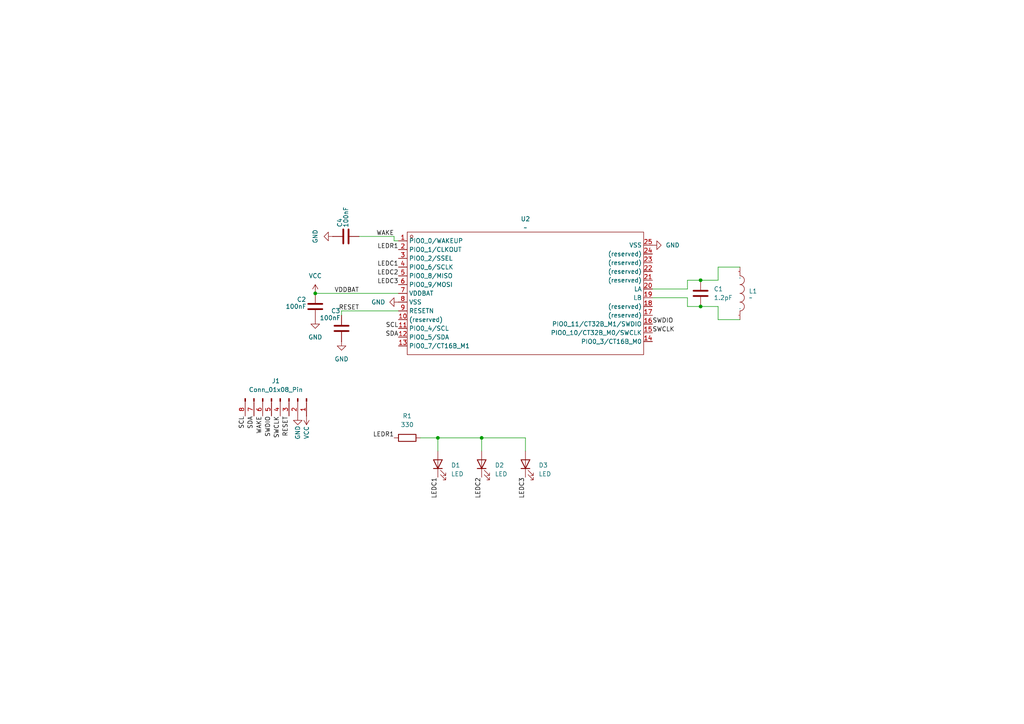
<source format=kicad_sch>
(kicad_sch
	(version 20250114)
	(generator "eeschema")
	(generator_version "9.0")
	(uuid "57f92133-e803-40c7-8f5f-2b073fd15cf8")
	(paper "A4")
	(lib_symbols
		(symbol "25X48MM_NFC_ANTENNA:25X48MM_NFC_ANTENNA"
			(exclude_from_sim no)
			(in_bom yes)
			(on_board yes)
			(property "Reference" "L1"
				(at 2.54 0.6351 0)
				(effects
					(font
						(size 1.27 1.27)
					)
					(justify left)
				)
			)
			(property "Value" "~"
				(at 2.54 -1.27 0)
				(effects
					(font
						(size 1.27 1.27)
					)
					(justify left)
				)
			)
			(property "Footprint" "Library:25X48MM_NFC_EXPOSED_ANTENNA"
				(at 0 0 0)
				(effects
					(font
						(size 1.27 1.27)
					)
					(hide yes)
				)
			)
			(property "Datasheet" ""
				(at 0 0 0)
				(effects
					(font
						(size 1.27 1.27)
					)
					(hide yes)
				)
			)
			(property "Description" ""
				(at 0 0 0)
				(effects
					(font
						(size 1.27 1.27)
					)
					(hide yes)
				)
			)
			(symbol "25X48MM_NFC_ANTENNA_1_0"
				(arc
					(start 0 5.08)
					(mid 1.27 3.81)
					(end 0 2.54)
					(stroke
						(width 0)
						(type default)
					)
					(fill
						(type none)
					)
				)
				(arc
					(start 0 2.54)
					(mid 1.27 1.27)
					(end 0 0)
					(stroke
						(width 0)
						(type default)
					)
					(fill
						(type none)
					)
				)
				(arc
					(start 0 0)
					(mid 1.27 -1.27)
					(end 0 -2.54)
					(stroke
						(width 0)
						(type default)
					)
					(fill
						(type none)
					)
				)
				(arc
					(start 0 -2.54)
					(mid 1.27 -3.81)
					(end 0 -5.08)
					(stroke
						(width 0)
						(type default)
					)
					(fill
						(type none)
					)
				)
				(pin bidirectional line
					(at 0 7.62 270)
					(length 2.54)
					(name "1"
						(effects
							(font
								(size 0.0254 0.0254)
							)
						)
					)
					(number "1"
						(effects
							(font
								(size 0.0254 0.0254)
							)
						)
					)
				)
				(pin bidirectional line
					(at 0 -7.62 90)
					(length 2.54)
					(name "2"
						(effects
							(font
								(size 0.0254 0.0254)
							)
						)
					)
					(number "2"
						(effects
							(font
								(size 0.0254 0.0254)
							)
						)
					)
				)
			)
			(embedded_fonts no)
		)
		(symbol "Connector:Conn_01x08_Pin"
			(pin_names
				(offset 1.016)
				(hide yes)
			)
			(exclude_from_sim no)
			(in_bom yes)
			(on_board yes)
			(property "Reference" "J"
				(at 0 10.16 0)
				(effects
					(font
						(size 1.27 1.27)
					)
				)
			)
			(property "Value" "Conn_01x08_Pin"
				(at 0 -12.7 0)
				(effects
					(font
						(size 1.27 1.27)
					)
				)
			)
			(property "Footprint" ""
				(at 0 0 0)
				(effects
					(font
						(size 1.27 1.27)
					)
					(hide yes)
				)
			)
			(property "Datasheet" "~"
				(at 0 0 0)
				(effects
					(font
						(size 1.27 1.27)
					)
					(hide yes)
				)
			)
			(property "Description" "Generic connector, single row, 01x08, script generated"
				(at 0 0 0)
				(effects
					(font
						(size 1.27 1.27)
					)
					(hide yes)
				)
			)
			(property "ki_locked" ""
				(at 0 0 0)
				(effects
					(font
						(size 1.27 1.27)
					)
				)
			)
			(property "ki_keywords" "connector"
				(at 0 0 0)
				(effects
					(font
						(size 1.27 1.27)
					)
					(hide yes)
				)
			)
			(property "ki_fp_filters" "Connector*:*_1x??_*"
				(at 0 0 0)
				(effects
					(font
						(size 1.27 1.27)
					)
					(hide yes)
				)
			)
			(symbol "Conn_01x08_Pin_1_1"
				(rectangle
					(start 0.8636 7.747)
					(end 0 7.493)
					(stroke
						(width 0.1524)
						(type default)
					)
					(fill
						(type outline)
					)
				)
				(rectangle
					(start 0.8636 5.207)
					(end 0 4.953)
					(stroke
						(width 0.1524)
						(type default)
					)
					(fill
						(type outline)
					)
				)
				(rectangle
					(start 0.8636 2.667)
					(end 0 2.413)
					(stroke
						(width 0.1524)
						(type default)
					)
					(fill
						(type outline)
					)
				)
				(rectangle
					(start 0.8636 0.127)
					(end 0 -0.127)
					(stroke
						(width 0.1524)
						(type default)
					)
					(fill
						(type outline)
					)
				)
				(rectangle
					(start 0.8636 -2.413)
					(end 0 -2.667)
					(stroke
						(width 0.1524)
						(type default)
					)
					(fill
						(type outline)
					)
				)
				(rectangle
					(start 0.8636 -4.953)
					(end 0 -5.207)
					(stroke
						(width 0.1524)
						(type default)
					)
					(fill
						(type outline)
					)
				)
				(rectangle
					(start 0.8636 -7.493)
					(end 0 -7.747)
					(stroke
						(width 0.1524)
						(type default)
					)
					(fill
						(type outline)
					)
				)
				(rectangle
					(start 0.8636 -10.033)
					(end 0 -10.287)
					(stroke
						(width 0.1524)
						(type default)
					)
					(fill
						(type outline)
					)
				)
				(polyline
					(pts
						(xy 1.27 7.62) (xy 0.8636 7.62)
					)
					(stroke
						(width 0.1524)
						(type default)
					)
					(fill
						(type none)
					)
				)
				(polyline
					(pts
						(xy 1.27 5.08) (xy 0.8636 5.08)
					)
					(stroke
						(width 0.1524)
						(type default)
					)
					(fill
						(type none)
					)
				)
				(polyline
					(pts
						(xy 1.27 2.54) (xy 0.8636 2.54)
					)
					(stroke
						(width 0.1524)
						(type default)
					)
					(fill
						(type none)
					)
				)
				(polyline
					(pts
						(xy 1.27 0) (xy 0.8636 0)
					)
					(stroke
						(width 0.1524)
						(type default)
					)
					(fill
						(type none)
					)
				)
				(polyline
					(pts
						(xy 1.27 -2.54) (xy 0.8636 -2.54)
					)
					(stroke
						(width 0.1524)
						(type default)
					)
					(fill
						(type none)
					)
				)
				(polyline
					(pts
						(xy 1.27 -5.08) (xy 0.8636 -5.08)
					)
					(stroke
						(width 0.1524)
						(type default)
					)
					(fill
						(type none)
					)
				)
				(polyline
					(pts
						(xy 1.27 -7.62) (xy 0.8636 -7.62)
					)
					(stroke
						(width 0.1524)
						(type default)
					)
					(fill
						(type none)
					)
				)
				(polyline
					(pts
						(xy 1.27 -10.16) (xy 0.8636 -10.16)
					)
					(stroke
						(width 0.1524)
						(type default)
					)
					(fill
						(type none)
					)
				)
				(pin passive line
					(at 5.08 7.62 180)
					(length 3.81)
					(name "Pin_1"
						(effects
							(font
								(size 1.27 1.27)
							)
						)
					)
					(number "1"
						(effects
							(font
								(size 1.27 1.27)
							)
						)
					)
				)
				(pin passive line
					(at 5.08 5.08 180)
					(length 3.81)
					(name "Pin_2"
						(effects
							(font
								(size 1.27 1.27)
							)
						)
					)
					(number "2"
						(effects
							(font
								(size 1.27 1.27)
							)
						)
					)
				)
				(pin passive line
					(at 5.08 2.54 180)
					(length 3.81)
					(name "Pin_3"
						(effects
							(font
								(size 1.27 1.27)
							)
						)
					)
					(number "3"
						(effects
							(font
								(size 1.27 1.27)
							)
						)
					)
				)
				(pin passive line
					(at 5.08 0 180)
					(length 3.81)
					(name "Pin_4"
						(effects
							(font
								(size 1.27 1.27)
							)
						)
					)
					(number "4"
						(effects
							(font
								(size 1.27 1.27)
							)
						)
					)
				)
				(pin passive line
					(at 5.08 -2.54 180)
					(length 3.81)
					(name "Pin_5"
						(effects
							(font
								(size 1.27 1.27)
							)
						)
					)
					(number "5"
						(effects
							(font
								(size 1.27 1.27)
							)
						)
					)
				)
				(pin passive line
					(at 5.08 -5.08 180)
					(length 3.81)
					(name "Pin_6"
						(effects
							(font
								(size 1.27 1.27)
							)
						)
					)
					(number "6"
						(effects
							(font
								(size 1.27 1.27)
							)
						)
					)
				)
				(pin passive line
					(at 5.08 -7.62 180)
					(length 3.81)
					(name "Pin_7"
						(effects
							(font
								(size 1.27 1.27)
							)
						)
					)
					(number "7"
						(effects
							(font
								(size 1.27 1.27)
							)
						)
					)
				)
				(pin passive line
					(at 5.08 -10.16 180)
					(length 3.81)
					(name "Pin_8"
						(effects
							(font
								(size 1.27 1.27)
							)
						)
					)
					(number "8"
						(effects
							(font
								(size 1.27 1.27)
							)
						)
					)
				)
			)
			(embedded_fonts no)
		)
		(symbol "Device:C"
			(pin_numbers
				(hide yes)
			)
			(pin_names
				(offset 0.254)
			)
			(exclude_from_sim no)
			(in_bom yes)
			(on_board yes)
			(property "Reference" "C"
				(at 0.635 2.54 0)
				(effects
					(font
						(size 1.27 1.27)
					)
					(justify left)
				)
			)
			(property "Value" "C"
				(at 0.635 -2.54 0)
				(effects
					(font
						(size 1.27 1.27)
					)
					(justify left)
				)
			)
			(property "Footprint" ""
				(at 0.9652 -3.81 0)
				(effects
					(font
						(size 1.27 1.27)
					)
					(hide yes)
				)
			)
			(property "Datasheet" "~"
				(at 0 0 0)
				(effects
					(font
						(size 1.27 1.27)
					)
					(hide yes)
				)
			)
			(property "Description" "Unpolarized capacitor"
				(at 0 0 0)
				(effects
					(font
						(size 1.27 1.27)
					)
					(hide yes)
				)
			)
			(property "ki_keywords" "cap capacitor"
				(at 0 0 0)
				(effects
					(font
						(size 1.27 1.27)
					)
					(hide yes)
				)
			)
			(property "ki_fp_filters" "C_*"
				(at 0 0 0)
				(effects
					(font
						(size 1.27 1.27)
					)
					(hide yes)
				)
			)
			(symbol "C_0_1"
				(polyline
					(pts
						(xy -2.032 0.762) (xy 2.032 0.762)
					)
					(stroke
						(width 0.508)
						(type default)
					)
					(fill
						(type none)
					)
				)
				(polyline
					(pts
						(xy -2.032 -0.762) (xy 2.032 -0.762)
					)
					(stroke
						(width 0.508)
						(type default)
					)
					(fill
						(type none)
					)
				)
			)
			(symbol "C_1_1"
				(pin passive line
					(at 0 3.81 270)
					(length 2.794)
					(name "~"
						(effects
							(font
								(size 1.27 1.27)
							)
						)
					)
					(number "1"
						(effects
							(font
								(size 1.27 1.27)
							)
						)
					)
				)
				(pin passive line
					(at 0 -3.81 90)
					(length 2.794)
					(name "~"
						(effects
							(font
								(size 1.27 1.27)
							)
						)
					)
					(number "2"
						(effects
							(font
								(size 1.27 1.27)
							)
						)
					)
				)
			)
			(embedded_fonts no)
		)
		(symbol "Device:LED"
			(pin_numbers
				(hide yes)
			)
			(pin_names
				(offset 1.016)
				(hide yes)
			)
			(exclude_from_sim no)
			(in_bom yes)
			(on_board yes)
			(property "Reference" "D"
				(at 0 2.54 0)
				(effects
					(font
						(size 1.27 1.27)
					)
				)
			)
			(property "Value" "LED"
				(at 0 -2.54 0)
				(effects
					(font
						(size 1.27 1.27)
					)
				)
			)
			(property "Footprint" ""
				(at 0 0 0)
				(effects
					(font
						(size 1.27 1.27)
					)
					(hide yes)
				)
			)
			(property "Datasheet" "~"
				(at 0 0 0)
				(effects
					(font
						(size 1.27 1.27)
					)
					(hide yes)
				)
			)
			(property "Description" "Light emitting diode"
				(at 0 0 0)
				(effects
					(font
						(size 1.27 1.27)
					)
					(hide yes)
				)
			)
			(property "Sim.Pins" "1=K 2=A"
				(at 0 0 0)
				(effects
					(font
						(size 1.27 1.27)
					)
					(hide yes)
				)
			)
			(property "ki_keywords" "LED diode"
				(at 0 0 0)
				(effects
					(font
						(size 1.27 1.27)
					)
					(hide yes)
				)
			)
			(property "ki_fp_filters" "LED* LED_SMD:* LED_THT:*"
				(at 0 0 0)
				(effects
					(font
						(size 1.27 1.27)
					)
					(hide yes)
				)
			)
			(symbol "LED_0_1"
				(polyline
					(pts
						(xy -3.048 -0.762) (xy -4.572 -2.286) (xy -3.81 -2.286) (xy -4.572 -2.286) (xy -4.572 -1.524)
					)
					(stroke
						(width 0)
						(type default)
					)
					(fill
						(type none)
					)
				)
				(polyline
					(pts
						(xy -1.778 -0.762) (xy -3.302 -2.286) (xy -2.54 -2.286) (xy -3.302 -2.286) (xy -3.302 -1.524)
					)
					(stroke
						(width 0)
						(type default)
					)
					(fill
						(type none)
					)
				)
				(polyline
					(pts
						(xy -1.27 0) (xy 1.27 0)
					)
					(stroke
						(width 0)
						(type default)
					)
					(fill
						(type none)
					)
				)
				(polyline
					(pts
						(xy -1.27 -1.27) (xy -1.27 1.27)
					)
					(stroke
						(width 0.254)
						(type default)
					)
					(fill
						(type none)
					)
				)
				(polyline
					(pts
						(xy 1.27 -1.27) (xy 1.27 1.27) (xy -1.27 0) (xy 1.27 -1.27)
					)
					(stroke
						(width 0.254)
						(type default)
					)
					(fill
						(type none)
					)
				)
			)
			(symbol "LED_1_1"
				(pin passive line
					(at -3.81 0 0)
					(length 2.54)
					(name "K"
						(effects
							(font
								(size 1.27 1.27)
							)
						)
					)
					(number "1"
						(effects
							(font
								(size 1.27 1.27)
							)
						)
					)
				)
				(pin passive line
					(at 3.81 0 180)
					(length 2.54)
					(name "A"
						(effects
							(font
								(size 1.27 1.27)
							)
						)
					)
					(number "2"
						(effects
							(font
								(size 1.27 1.27)
							)
						)
					)
				)
			)
			(embedded_fonts no)
		)
		(symbol "Device:R"
			(pin_numbers
				(hide yes)
			)
			(pin_names
				(offset 0)
			)
			(exclude_from_sim no)
			(in_bom yes)
			(on_board yes)
			(property "Reference" "R"
				(at 2.032 0 90)
				(effects
					(font
						(size 1.27 1.27)
					)
				)
			)
			(property "Value" "R"
				(at 0 0 90)
				(effects
					(font
						(size 1.27 1.27)
					)
				)
			)
			(property "Footprint" ""
				(at -1.778 0 90)
				(effects
					(font
						(size 1.27 1.27)
					)
					(hide yes)
				)
			)
			(property "Datasheet" "~"
				(at 0 0 0)
				(effects
					(font
						(size 1.27 1.27)
					)
					(hide yes)
				)
			)
			(property "Description" "Resistor"
				(at 0 0 0)
				(effects
					(font
						(size 1.27 1.27)
					)
					(hide yes)
				)
			)
			(property "ki_keywords" "R res resistor"
				(at 0 0 0)
				(effects
					(font
						(size 1.27 1.27)
					)
					(hide yes)
				)
			)
			(property "ki_fp_filters" "R_*"
				(at 0 0 0)
				(effects
					(font
						(size 1.27 1.27)
					)
					(hide yes)
				)
			)
			(symbol "R_0_1"
				(rectangle
					(start -1.016 -2.54)
					(end 1.016 2.54)
					(stroke
						(width 0.254)
						(type default)
					)
					(fill
						(type none)
					)
				)
			)
			(symbol "R_1_1"
				(pin passive line
					(at 0 3.81 270)
					(length 1.27)
					(name "~"
						(effects
							(font
								(size 1.27 1.27)
							)
						)
					)
					(number "1"
						(effects
							(font
								(size 1.27 1.27)
							)
						)
					)
				)
				(pin passive line
					(at 0 -3.81 90)
					(length 1.27)
					(name "~"
						(effects
							(font
								(size 1.27 1.27)
							)
						)
					)
					(number "2"
						(effects
							(font
								(size 1.27 1.27)
							)
						)
					)
				)
			)
			(embedded_fonts no)
		)
		(symbol "LPC8N04FHI24E:LPC8N04FHI24E"
			(exclude_from_sim no)
			(in_bom yes)
			(on_board yes)
			(property "Reference" "U"
				(at 0 0 0)
				(effects
					(font
						(size 1.27 1.27)
					)
				)
			)
			(property "Value" ""
				(at 0 0 0)
				(effects
					(font
						(size 1.27 1.27)
					)
				)
			)
			(property "Footprint" "LPC8N04FHI24E:QFN-24_L4.0-W4.0-P0.50-BL-EP2.5"
				(at 0 0 0)
				(effects
					(font
						(size 1.27 1.27)
					)
					(hide yes)
				)
			)
			(property "Datasheet" "https://atta.szlcsc.com/upload/public/pdf/source/20180629/C194075_60FC8B4404CA8E3DAACA808457FD24DE.pdf"
				(at 0 0 0)
				(effects
					(font
						(size 1.27 1.27)
					)
					(hide yes)
				)
			)
			(property "Description" "CPU Core:CM0 Program Storage Size:32KB RAM Size:8KB GPIO Ports Number:12 Operating Voltage Range:1.72V~3.6V Operating Voltage Range:1.72V~3.6V CPU Maximum Speed:8MHz Program Memory Type:FLASH Operating Temperature Range:-40°C~+85°C Operating Temperature Ran"
				(at 0 0 0)
				(effects
					(font
						(size 1.27 1.27)
					)
					(hide yes)
				)
			)
			(property "Manufacturer Part" "LPC8N04FHI24E"
				(at 0 0 0)
				(effects
					(font
						(size 1.27 1.27)
					)
					(hide yes)
				)
			)
			(property "Manufacturer" "NXP(恩智浦)"
				(at 0 0 0)
				(effects
					(font
						(size 1.27 1.27)
					)
					(hide yes)
				)
			)
			(property "Supplier Part" "C1340409"
				(at 0 0 0)
				(effects
					(font
						(size 1.27 1.27)
					)
					(hide yes)
				)
			)
			(property "Supplier" "LCSC"
				(at 0 0 0)
				(effects
					(font
						(size 1.27 1.27)
					)
					(hide yes)
				)
			)
			(property "LCSC Part Name" "LPC8N04FHI24E"
				(at 0 0 0)
				(effects
					(font
						(size 1.27 1.27)
					)
					(hide yes)
				)
			)
			(symbol "LPC8N04FHI24E_1_0"
				(rectangle
					(start -34.29 -17.78)
					(end 34.29 17.78)
					(stroke
						(width 0)
						(type default)
					)
					(fill
						(type none)
					)
				)
				(circle
					(center -33.02 16.51)
					(radius 0.381)
					(stroke
						(width 0)
						(type default)
					)
					(fill
						(type none)
					)
				)
				(pin input line
					(at -36.83 15.24 0)
					(length 2.54)
					(name "PIO0_0/WAKEUP"
						(effects
							(font
								(size 1.27 1.27)
							)
						)
					)
					(number "1"
						(effects
							(font
								(size 1.27 1.27)
							)
						)
					)
				)
				(pin input line
					(at -36.83 12.7 0)
					(length 2.54)
					(name "PIO0_1/CLKOUT"
						(effects
							(font
								(size 1.27 1.27)
							)
						)
					)
					(number "2"
						(effects
							(font
								(size 1.27 1.27)
							)
						)
					)
				)
				(pin input line
					(at -36.83 10.16 0)
					(length 2.54)
					(name "PIO0_2/SSEL"
						(effects
							(font
								(size 1.27 1.27)
							)
						)
					)
					(number "3"
						(effects
							(font
								(size 1.27 1.27)
							)
						)
					)
				)
				(pin input line
					(at -36.83 7.62 0)
					(length 2.54)
					(name "PIO0_6/SCLK"
						(effects
							(font
								(size 1.27 1.27)
							)
						)
					)
					(number "4"
						(effects
							(font
								(size 1.27 1.27)
							)
						)
					)
				)
				(pin input line
					(at -36.83 5.08 0)
					(length 2.54)
					(name "PIO0_8/MISO"
						(effects
							(font
								(size 1.27 1.27)
							)
						)
					)
					(number "5"
						(effects
							(font
								(size 1.27 1.27)
							)
						)
					)
				)
				(pin input line
					(at -36.83 2.54 0)
					(length 2.54)
					(name "PIO0_9/MOSI"
						(effects
							(font
								(size 1.27 1.27)
							)
						)
					)
					(number "6"
						(effects
							(font
								(size 1.27 1.27)
							)
						)
					)
				)
				(pin input line
					(at -36.83 0 0)
					(length 2.54)
					(name "VDDBAT"
						(effects
							(font
								(size 1.27 1.27)
							)
						)
					)
					(number "7"
						(effects
							(font
								(size 1.27 1.27)
							)
						)
					)
				)
				(pin input line
					(at -36.83 -2.54 0)
					(length 2.54)
					(name "VSS"
						(effects
							(font
								(size 1.27 1.27)
							)
						)
					)
					(number "8"
						(effects
							(font
								(size 1.27 1.27)
							)
						)
					)
				)
				(pin input line
					(at -36.83 -5.08 0)
					(length 2.54)
					(name "RESETN"
						(effects
							(font
								(size 1.27 1.27)
							)
						)
					)
					(number "9"
						(effects
							(font
								(size 1.27 1.27)
							)
						)
					)
				)
				(pin input line
					(at -36.83 -7.62 0)
					(length 2.54)
					(name "(reserved)"
						(effects
							(font
								(size 1.27 1.27)
							)
						)
					)
					(number "10"
						(effects
							(font
								(size 1.27 1.27)
							)
						)
					)
				)
				(pin input line
					(at -36.83 -10.16 0)
					(length 2.54)
					(name "PIO0_4/SCL"
						(effects
							(font
								(size 1.27 1.27)
							)
						)
					)
					(number "11"
						(effects
							(font
								(size 1.27 1.27)
							)
						)
					)
				)
				(pin input line
					(at -36.83 -12.7 0)
					(length 2.54)
					(name "PIO0_5/SDA"
						(effects
							(font
								(size 1.27 1.27)
							)
						)
					)
					(number "12"
						(effects
							(font
								(size 1.27 1.27)
							)
						)
					)
				)
				(pin input line
					(at -36.83 -15.24 0)
					(length 2.54)
					(name "PIO0_7/CT16B_M1"
						(effects
							(font
								(size 1.27 1.27)
							)
						)
					)
					(number "13"
						(effects
							(font
								(size 1.27 1.27)
							)
						)
					)
				)
				(pin input line
					(at 36.83 13.97 180)
					(length 2.54)
					(name "VSS"
						(effects
							(font
								(size 1.27 1.27)
							)
						)
					)
					(number "25"
						(effects
							(font
								(size 1.27 1.27)
							)
						)
					)
				)
				(pin input line
					(at 36.83 11.43 180)
					(length 2.54)
					(name "(reserved)"
						(effects
							(font
								(size 1.27 1.27)
							)
						)
					)
					(number "24"
						(effects
							(font
								(size 1.27 1.27)
							)
						)
					)
				)
				(pin input line
					(at 36.83 8.89 180)
					(length 2.54)
					(name "(reserved)"
						(effects
							(font
								(size 1.27 1.27)
							)
						)
					)
					(number "23"
						(effects
							(font
								(size 1.27 1.27)
							)
						)
					)
				)
				(pin input line
					(at 36.83 6.35 180)
					(length 2.54)
					(name "(reserved)"
						(effects
							(font
								(size 1.27 1.27)
							)
						)
					)
					(number "22"
						(effects
							(font
								(size 1.27 1.27)
							)
						)
					)
				)
				(pin input line
					(at 36.83 3.81 180)
					(length 2.54)
					(name "(reserved)"
						(effects
							(font
								(size 1.27 1.27)
							)
						)
					)
					(number "21"
						(effects
							(font
								(size 1.27 1.27)
							)
						)
					)
				)
				(pin input line
					(at 36.83 1.27 180)
					(length 2.54)
					(name "LA"
						(effects
							(font
								(size 1.27 1.27)
							)
						)
					)
					(number "20"
						(effects
							(font
								(size 1.27 1.27)
							)
						)
					)
				)
				(pin input line
					(at 36.83 -1.27 180)
					(length 2.54)
					(name "LB"
						(effects
							(font
								(size 1.27 1.27)
							)
						)
					)
					(number "19"
						(effects
							(font
								(size 1.27 1.27)
							)
						)
					)
				)
				(pin input line
					(at 36.83 -3.81 180)
					(length 2.54)
					(name "(reserved)"
						(effects
							(font
								(size 1.27 1.27)
							)
						)
					)
					(number "18"
						(effects
							(font
								(size 1.27 1.27)
							)
						)
					)
				)
				(pin input line
					(at 36.83 -6.35 180)
					(length 2.54)
					(name "(reserved)"
						(effects
							(font
								(size 1.27 1.27)
							)
						)
					)
					(number "17"
						(effects
							(font
								(size 1.27 1.27)
							)
						)
					)
				)
				(pin input line
					(at 36.83 -8.89 180)
					(length 2.54)
					(name "PIO0_11/CT32B_M1/SWDIO"
						(effects
							(font
								(size 1.27 1.27)
							)
						)
					)
					(number "16"
						(effects
							(font
								(size 1.27 1.27)
							)
						)
					)
				)
				(pin input line
					(at 36.83 -11.43 180)
					(length 2.54)
					(name "PIO0_10/CT32B_M0/SWCLK"
						(effects
							(font
								(size 1.27 1.27)
							)
						)
					)
					(number "15"
						(effects
							(font
								(size 1.27 1.27)
							)
						)
					)
				)
				(pin input line
					(at 36.83 -13.97 180)
					(length 2.54)
					(name "PIO0_3/CT16B_M0"
						(effects
							(font
								(size 1.27 1.27)
							)
						)
					)
					(number "14"
						(effects
							(font
								(size 1.27 1.27)
							)
						)
					)
				)
			)
			(embedded_fonts no)
		)
		(symbol "power:GND"
			(power)
			(pin_numbers
				(hide yes)
			)
			(pin_names
				(offset 0)
				(hide yes)
			)
			(exclude_from_sim no)
			(in_bom yes)
			(on_board yes)
			(property "Reference" "#PWR"
				(at 0 -6.35 0)
				(effects
					(font
						(size 1.27 1.27)
					)
					(hide yes)
				)
			)
			(property "Value" "GND"
				(at 0 -3.81 0)
				(effects
					(font
						(size 1.27 1.27)
					)
				)
			)
			(property "Footprint" ""
				(at 0 0 0)
				(effects
					(font
						(size 1.27 1.27)
					)
					(hide yes)
				)
			)
			(property "Datasheet" ""
				(at 0 0 0)
				(effects
					(font
						(size 1.27 1.27)
					)
					(hide yes)
				)
			)
			(property "Description" "Power symbol creates a global label with name \"GND\" , ground"
				(at 0 0 0)
				(effects
					(font
						(size 1.27 1.27)
					)
					(hide yes)
				)
			)
			(property "ki_keywords" "global power"
				(at 0 0 0)
				(effects
					(font
						(size 1.27 1.27)
					)
					(hide yes)
				)
			)
			(symbol "GND_0_1"
				(polyline
					(pts
						(xy 0 0) (xy 0 -1.27) (xy 1.27 -1.27) (xy 0 -2.54) (xy -1.27 -1.27) (xy 0 -1.27)
					)
					(stroke
						(width 0)
						(type default)
					)
					(fill
						(type none)
					)
				)
			)
			(symbol "GND_1_1"
				(pin power_in line
					(at 0 0 270)
					(length 0)
					(name "~"
						(effects
							(font
								(size 1.27 1.27)
							)
						)
					)
					(number "1"
						(effects
							(font
								(size 1.27 1.27)
							)
						)
					)
				)
			)
			(embedded_fonts no)
		)
		(symbol "power:VCC"
			(power)
			(pin_numbers
				(hide yes)
			)
			(pin_names
				(offset 0)
				(hide yes)
			)
			(exclude_from_sim no)
			(in_bom yes)
			(on_board yes)
			(property "Reference" "#PWR"
				(at 0 -3.81 0)
				(effects
					(font
						(size 1.27 1.27)
					)
					(hide yes)
				)
			)
			(property "Value" "VCC"
				(at 0 3.556 0)
				(effects
					(font
						(size 1.27 1.27)
					)
				)
			)
			(property "Footprint" ""
				(at 0 0 0)
				(effects
					(font
						(size 1.27 1.27)
					)
					(hide yes)
				)
			)
			(property "Datasheet" ""
				(at 0 0 0)
				(effects
					(font
						(size 1.27 1.27)
					)
					(hide yes)
				)
			)
			(property "Description" "Power symbol creates a global label with name \"VCC\""
				(at 0 0 0)
				(effects
					(font
						(size 1.27 1.27)
					)
					(hide yes)
				)
			)
			(property "ki_keywords" "global power"
				(at 0 0 0)
				(effects
					(font
						(size 1.27 1.27)
					)
					(hide yes)
				)
			)
			(symbol "VCC_0_1"
				(polyline
					(pts
						(xy -0.762 1.27) (xy 0 2.54)
					)
					(stroke
						(width 0)
						(type default)
					)
					(fill
						(type none)
					)
				)
				(polyline
					(pts
						(xy 0 2.54) (xy 0.762 1.27)
					)
					(stroke
						(width 0)
						(type default)
					)
					(fill
						(type none)
					)
				)
				(polyline
					(pts
						(xy 0 0) (xy 0 2.54)
					)
					(stroke
						(width 0)
						(type default)
					)
					(fill
						(type none)
					)
				)
			)
			(symbol "VCC_1_1"
				(pin power_in line
					(at 0 0 90)
					(length 0)
					(name "~"
						(effects
							(font
								(size 1.27 1.27)
							)
						)
					)
					(number "1"
						(effects
							(font
								(size 1.27 1.27)
							)
						)
					)
				)
			)
			(embedded_fonts no)
		)
	)
	(junction
		(at 139.7 127)
		(diameter 0)
		(color 0 0 0 0)
		(uuid "0e2518c7-601e-488d-92a9-ab09b0ed854c")
	)
	(junction
		(at 127 127)
		(diameter 0)
		(color 0 0 0 0)
		(uuid "4459dd09-66c9-4032-a40e-8ebff13d5b2c")
	)
	(junction
		(at 91.44 85.09)
		(diameter 0)
		(color 0 0 0 0)
		(uuid "867b2ef7-f3d0-4a94-915e-7dc74f80727a")
	)
	(junction
		(at 203.2 88.9)
		(diameter 0)
		(color 0 0 0 0)
		(uuid "8a0363f8-18eb-4191-812c-45e1f680c677")
	)
	(junction
		(at 203.2 81.28)
		(diameter 0)
		(color 0 0 0 0)
		(uuid "d389e31f-290e-460d-afe0-048132119ae8")
	)
	(wire
		(pts
			(xy 99.06 90.17) (xy 99.06 91.44)
		)
		(stroke
			(width 0)
			(type default)
		)
		(uuid "00336011-cf50-4c25-ac60-c3b5d2b2ca0f")
	)
	(wire
		(pts
			(xy 104.14 68.58) (xy 114.3 68.58)
		)
		(stroke
			(width 0)
			(type default)
		)
		(uuid "078be4ba-0b2e-4a62-9079-a9f3765caa2e")
	)
	(wire
		(pts
			(xy 203.2 88.9) (xy 208.28 88.9)
		)
		(stroke
			(width 0)
			(type default)
		)
		(uuid "1651f5d8-8269-4f71-a794-446427a9b549")
	)
	(wire
		(pts
			(xy 139.7 127) (xy 152.4 127)
		)
		(stroke
			(width 0)
			(type default)
		)
		(uuid "18dec7f7-108f-46f9-86fb-7619eb251045")
	)
	(wire
		(pts
			(xy 121.92 127) (xy 127 127)
		)
		(stroke
			(width 0)
			(type default)
		)
		(uuid "32a5ad0a-8f29-414c-8ee0-d26b565a9c7b")
	)
	(wire
		(pts
			(xy 199.39 83.82) (xy 199.39 81.28)
		)
		(stroke
			(width 0)
			(type default)
		)
		(uuid "4168918f-8c8a-4907-b9eb-a5f22c274daf")
	)
	(wire
		(pts
			(xy 208.28 88.9) (xy 208.28 92.71)
		)
		(stroke
			(width 0)
			(type default)
		)
		(uuid "433e80db-769e-4858-9e14-7a2497b559e7")
	)
	(wire
		(pts
			(xy 115.57 90.17) (xy 99.06 90.17)
		)
		(stroke
			(width 0)
			(type default)
		)
		(uuid "47f4a0e9-a8b5-4ee6-8ab5-d3c2d87a52af")
	)
	(wire
		(pts
			(xy 127 127) (xy 139.7 127)
		)
		(stroke
			(width 0)
			(type default)
		)
		(uuid "47fbdaaf-2d44-4f37-89bd-8d528893ec77")
	)
	(wire
		(pts
			(xy 152.4 127) (xy 152.4 130.81)
		)
		(stroke
			(width 0)
			(type default)
		)
		(uuid "50a707de-de8b-47bf-8904-31928def2d5a")
	)
	(wire
		(pts
			(xy 208.28 92.71) (xy 214.63 92.71)
		)
		(stroke
			(width 0)
			(type default)
		)
		(uuid "646aa273-f81f-4d17-b894-fc4691d97430")
	)
	(wire
		(pts
			(xy 139.7 127) (xy 139.7 130.81)
		)
		(stroke
			(width 0)
			(type default)
		)
		(uuid "9531b68e-cda7-40ca-ad68-6b5eba59e059")
	)
	(wire
		(pts
			(xy 199.39 81.28) (xy 203.2 81.28)
		)
		(stroke
			(width 0)
			(type default)
		)
		(uuid "a285a1ea-e357-46cf-8755-da7856f26b90")
	)
	(wire
		(pts
			(xy 114.3 68.58) (xy 114.3 69.85)
		)
		(stroke
			(width 0)
			(type default)
		)
		(uuid "b860d922-a505-4947-8199-84f1ef8eff4f")
	)
	(wire
		(pts
			(xy 203.2 81.28) (xy 208.28 81.28)
		)
		(stroke
			(width 0)
			(type default)
		)
		(uuid "b8da5c56-3977-48af-a2e0-eb868c9227c1")
	)
	(wire
		(pts
			(xy 189.23 83.82) (xy 199.39 83.82)
		)
		(stroke
			(width 0)
			(type default)
		)
		(uuid "b92c24d6-5f91-4854-b2b6-03dbde4494ba")
	)
	(wire
		(pts
			(xy 127 127) (xy 127 130.81)
		)
		(stroke
			(width 0)
			(type default)
		)
		(uuid "bc6f0d32-dddc-42d9-ac65-c2c9e066081e")
	)
	(wire
		(pts
			(xy 189.23 86.36) (xy 199.39 86.36)
		)
		(stroke
			(width 0)
			(type default)
		)
		(uuid "c4486753-f2cb-4053-9c04-f7155d148a2e")
	)
	(wire
		(pts
			(xy 91.44 85.09) (xy 115.57 85.09)
		)
		(stroke
			(width 0)
			(type default)
		)
		(uuid "d0a1373f-bca2-4669-b42a-50ce19ecd8ff")
	)
	(wire
		(pts
			(xy 208.28 81.28) (xy 208.28 77.47)
		)
		(stroke
			(width 0)
			(type default)
		)
		(uuid "db5e075b-be00-45f1-b59d-dcfcbd854751")
	)
	(wire
		(pts
			(xy 199.39 86.36) (xy 199.39 88.9)
		)
		(stroke
			(width 0)
			(type default)
		)
		(uuid "e9333adf-2db9-4f14-950e-cd5f1739c0e2")
	)
	(wire
		(pts
			(xy 199.39 88.9) (xy 203.2 88.9)
		)
		(stroke
			(width 0)
			(type default)
		)
		(uuid "ea25ab23-3967-498a-a31c-8fee20191ac7")
	)
	(wire
		(pts
			(xy 114.3 69.85) (xy 115.57 69.85)
		)
		(stroke
			(width 0)
			(type default)
		)
		(uuid "f67efe2e-2862-40ce-9a41-e7113dd3b7a5")
	)
	(wire
		(pts
			(xy 208.28 77.47) (xy 214.63 77.47)
		)
		(stroke
			(width 0)
			(type default)
		)
		(uuid "ff80cbdb-3f4f-405f-bfa1-7f9fb39b55ce")
	)
	(label "LEDC2"
		(at 115.57 80.01 180)
		(effects
			(font
				(size 1.27 1.27)
			)
			(justify right bottom)
		)
		(uuid "0282d4d7-1b15-43d8-9fa4-8f4cbbf9c203")
	)
	(label "SCL"
		(at 71.12 120.65 270)
		(effects
			(font
				(size 1.27 1.27)
			)
			(justify right bottom)
		)
		(uuid "09f2e41c-ad3d-4fde-86d3-972d8f1d54f9")
	)
	(label "SCL"
		(at 115.57 95.25 180)
		(effects
			(font
				(size 1.27 1.27)
			)
			(justify right bottom)
		)
		(uuid "0c8bde7c-2078-49dc-a9db-ce0ea92253df")
	)
	(label "LEDC3"
		(at 152.4 138.43 270)
		(effects
			(font
				(size 1.27 1.27)
			)
			(justify right bottom)
		)
		(uuid "11e5f319-e886-4de4-81c5-92808d09cbc7")
	)
	(label "SDA"
		(at 115.57 97.79 180)
		(effects
			(font
				(size 1.27 1.27)
			)
			(justify right bottom)
		)
		(uuid "25e867a5-8817-49ee-b706-7e79917185a5")
	)
	(label "LEDC3"
		(at 115.57 82.55 180)
		(effects
			(font
				(size 1.27 1.27)
			)
			(justify right bottom)
		)
		(uuid "3b12874a-bd7b-4bf0-a325-49990f993a0f")
	)
	(label "SDA"
		(at 73.66 120.65 270)
		(effects
			(font
				(size 1.27 1.27)
			)
			(justify right bottom)
		)
		(uuid "437479ce-463f-4a4c-8fb3-6d2f632ee131")
	)
	(label "LEDC1"
		(at 115.57 77.47 180)
		(effects
			(font
				(size 1.27 1.27)
			)
			(justify right bottom)
		)
		(uuid "47ae0bfa-41b1-466f-bc4b-3d21883f1544")
	)
	(label "SWDIO"
		(at 78.74 120.65 270)
		(effects
			(font
				(size 1.27 1.27)
			)
			(justify right bottom)
		)
		(uuid "493d8f95-a7e3-41f0-b4e2-59b8037b391e")
	)
	(label "RESET"
		(at 104.1819 90.17 180)
		(effects
			(font
				(size 1.27 1.27)
			)
			(justify right bottom)
		)
		(uuid "56d6ea94-4b0d-468d-83ab-271f9a1dbe8e")
	)
	(label "WAKE"
		(at 76.2 120.65 270)
		(effects
			(font
				(size 1.27 1.27)
			)
			(justify right bottom)
		)
		(uuid "66f49e2b-de65-48c1-ba44-a64c1901919b")
	)
	(label "SWDIO"
		(at 189.23 93.98 0)
		(effects
			(font
				(size 1.27 1.27)
			)
			(justify left bottom)
		)
		(uuid "6eae0c22-7400-440e-9de9-84a4d765fa7e")
	)
	(label "RESET"
		(at 83.82 120.65 270)
		(effects
			(font
				(size 1.27 1.27)
			)
			(justify right bottom)
		)
		(uuid "8447ea36-2c4a-4e6f-9c14-a72b55f22370")
	)
	(label "LEDC2"
		(at 139.7 138.43 270)
		(effects
			(font
				(size 1.27 1.27)
			)
			(justify right bottom)
		)
		(uuid "881f4f01-6470-4a1f-adb7-430f5c6612c4")
	)
	(label "VDDBAT"
		(at 104.14 85.09 180)
		(effects
			(font
				(size 1.27 1.27)
			)
			(justify right bottom)
		)
		(uuid "9ea6aad2-126d-4bba-802d-1ed63951265f")
	)
	(label "SWCLK"
		(at 81.28 120.65 270)
		(effects
			(font
				(size 1.27 1.27)
			)
			(justify right bottom)
		)
		(uuid "b830874c-3008-463d-ba44-8d0afdf18ee4")
	)
	(label "LEDC1"
		(at 127 138.43 270)
		(effects
			(font
				(size 1.27 1.27)
			)
			(justify right bottom)
		)
		(uuid "cd314d66-2b4d-4a94-8a7e-f98c09e22ba3")
	)
	(label "SWCLK"
		(at 189.23 96.52 0)
		(effects
			(font
				(size 1.27 1.27)
			)
			(justify left bottom)
		)
		(uuid "e4af096a-74b5-4240-8dc4-7198411fa88e")
	)
	(label "WAKE"
		(at 114.3 68.58 180)
		(effects
			(font
				(size 1.27 1.27)
			)
			(justify right bottom)
		)
		(uuid "eb42d0bc-2c5b-4394-826b-9af24d4d2df0")
	)
	(label "LEDR1"
		(at 114.3 127 180)
		(effects
			(font
				(size 1.27 1.27)
			)
			(justify right bottom)
		)
		(uuid "eba0621e-8e04-410b-9c85-860fe3eddcbb")
	)
	(label "LEDR1"
		(at 115.57 72.39 180)
		(effects
			(font
				(size 1.27 1.27)
			)
			(justify right bottom)
		)
		(uuid "fd11aed3-8b92-43ea-9304-994ef644ba99")
	)
	(symbol
		(lib_id "Connector:Conn_01x08_Pin")
		(at 81.28 115.57 270)
		(unit 1)
		(exclude_from_sim no)
		(in_bom yes)
		(on_board yes)
		(dnp no)
		(fields_autoplaced yes)
		(uuid "07ebe511-1686-4150-92eb-dcebf47804a6")
		(property "Reference" "J1"
			(at 80.01 110.49 90)
			(effects
				(font
					(size 1.27 1.27)
				)
			)
		)
		(property "Value" "Conn_01x08_Pin"
			(at 80.01 113.03 90)
			(effects
				(font
					(size 1.27 1.27)
				)
			)
		)
		(property "Footprint" "Library:8-Pin-Pads"
			(at 81.28 115.57 0)
			(effects
				(font
					(size 1.27 1.27)
				)
				(hide yes)
			)
		)
		(property "Datasheet" "~"
			(at 81.28 115.57 0)
			(effects
				(font
					(size 1.27 1.27)
				)
				(hide yes)
			)
		)
		(property "Description" "Generic connector, single row, 01x08, script generated"
			(at 81.28 115.57 0)
			(effects
				(font
					(size 1.27 1.27)
				)
				(hide yes)
			)
		)
		(pin "6"
			(uuid "3a03e479-6a94-4109-b8f2-f1f18db8e977")
		)
		(pin "3"
			(uuid "1bf1d3cd-578f-4bfb-85bd-c8eaeb60ad37")
		)
		(pin "7"
			(uuid "96e81029-7635-4060-9a6e-5a8b8e803031")
		)
		(pin "8"
			(uuid "f560dbd7-cc41-4e81-9552-99e19ded6c65")
		)
		(pin "4"
			(uuid "59d1fe1c-ac9d-4bcb-9d39-9c40c25be6fc")
		)
		(pin "2"
			(uuid "ccdc2f31-516d-4840-8303-3631c22ee46a")
		)
		(pin "1"
			(uuid "0c72d0ad-fc26-4d19-a785-0083bbf4e447")
		)
		(pin "5"
			(uuid "49e9195b-7836-49e1-b7b9-73e6205ecc58")
		)
		(instances
			(project ""
				(path "/57f92133-e803-40c7-8f5f-2b073fd15cf8"
					(reference "J1")
					(unit 1)
				)
			)
		)
	)
	(symbol
		(lib_id "power:GND")
		(at 189.23 71.12 90)
		(unit 1)
		(exclude_from_sim no)
		(in_bom yes)
		(on_board yes)
		(dnp no)
		(fields_autoplaced yes)
		(uuid "07ee3ff1-6ffd-4442-b520-2881d95200bc")
		(property "Reference" "#PWR01"
			(at 195.58 71.12 0)
			(effects
				(font
					(size 1.27 1.27)
				)
				(hide yes)
			)
		)
		(property "Value" "GND"
			(at 193.04 71.1199 90)
			(effects
				(font
					(size 1.27 1.27)
				)
				(justify right)
			)
		)
		(property "Footprint" ""
			(at 189.23 71.12 0)
			(effects
				(font
					(size 1.27 1.27)
				)
				(hide yes)
			)
		)
		(property "Datasheet" ""
			(at 189.23 71.12 0)
			(effects
				(font
					(size 1.27 1.27)
				)
				(hide yes)
			)
		)
		(property "Description" "Power symbol creates a global label with name \"GND\" , ground"
			(at 189.23 71.12 0)
			(effects
				(font
					(size 1.27 1.27)
				)
				(hide yes)
			)
		)
		(pin "1"
			(uuid "a5ec040e-ab49-48d0-a4aa-1447a5001e56")
		)
		(instances
			(project ""
				(path "/57f92133-e803-40c7-8f5f-2b073fd15cf8"
					(reference "#PWR01")
					(unit 1)
				)
			)
		)
	)
	(symbol
		(lib_id "LPC8N04FHI24E:LPC8N04FHI24E")
		(at 152.4 85.09 0)
		(unit 1)
		(exclude_from_sim no)
		(in_bom yes)
		(on_board yes)
		(dnp no)
		(fields_autoplaced yes)
		(uuid "08754a94-85b1-4767-b109-a140dcdfc330")
		(property "Reference" "U2"
			(at 152.4 63.5 0)
			(effects
				(font
					(size 1.27 1.27)
				)
			)
		)
		(property "Value" "~"
			(at 152.4 66.04 0)
			(effects
				(font
					(size 1.27 1.27)
				)
			)
		)
		(property "Footprint" "Library:NXP LPC8N04FHI24E"
			(at 152.4 85.09 0)
			(effects
				(font
					(size 1.27 1.27)
				)
				(hide yes)
			)
		)
		(property "Datasheet" "https://atta.szlcsc.com/upload/public/pdf/source/20180629/C194075_60FC8B4404CA8E3DAACA808457FD24DE.pdf"
			(at 152.4 85.09 0)
			(effects
				(font
					(size 1.27 1.27)
				)
				(hide yes)
			)
		)
		(property "Description" "CPU Core:CM0 Program Storage Size:32KB RAM Size:8KB GPIO Ports Number:12 Operating Voltage Range:1.72V~3.6V Operating Voltage Range:1.72V~3.6V CPU Maximum Speed:8MHz Program Memory Type:FLASH Operating Temperature Range:-40°C~+85°C Operating Temperature Ran"
			(at 152.4 85.09 0)
			(effects
				(font
					(size 1.27 1.27)
				)
				(hide yes)
			)
		)
		(property "Manufacturer Part" "LPC8N04FHI24E"
			(at 152.4 85.09 0)
			(effects
				(font
					(size 1.27 1.27)
				)
				(hide yes)
			)
		)
		(property "Manufacturer" "NXP(恩智浦)"
			(at 152.4 85.09 0)
			(effects
				(font
					(size 1.27 1.27)
				)
				(hide yes)
			)
		)
		(property "Supplier Part" "C1340409"
			(at 152.4 85.09 0)
			(effects
				(font
					(size 1.27 1.27)
				)
				(hide yes)
			)
		)
		(property "Supplier" "LCSC"
			(at 152.4 85.09 0)
			(effects
				(font
					(size 1.27 1.27)
				)
				(hide yes)
			)
		)
		(property "LCSC Part Name" "LPC8N04FHI24E"
			(at 152.4 85.09 0)
			(effects
				(font
					(size 1.27 1.27)
				)
				(hide yes)
			)
		)
		(pin "1"
			(uuid "2f21bb7a-07e6-4623-9196-e9e1af5a1c68")
		)
		(pin "10"
			(uuid "a9f9dee3-d0f3-40c1-88fe-e30cfb01acbd")
		)
		(pin "11"
			(uuid "5b0095f9-5b83-4083-99fd-5b7be4a09775")
		)
		(pin "12"
			(uuid "839ed57d-73a3-4e89-ad2e-32f546bd34e8")
		)
		(pin "13"
			(uuid "2d5a3685-ab2e-4314-a6bf-0a0801533b32")
		)
		(pin "14"
			(uuid "7566d2fd-f1e8-4a18-859d-dedd96f58eb5")
		)
		(pin "23"
			(uuid "40d36ba5-6609-4937-82e5-0eb8bcb8176d")
		)
		(pin "16"
			(uuid "3ea85830-58c1-46b2-93ae-5b33e07e2754")
		)
		(pin "4"
			(uuid "b87b70a3-e17a-4a57-bb72-c0fd477d117a")
		)
		(pin "15"
			(uuid "8870ff9f-c0ee-41d6-aab5-125d0f58eedb")
		)
		(pin "18"
			(uuid "ef29e585-29c2-435c-99ef-9e8374b50fbc")
		)
		(pin "19"
			(uuid "7edb84de-b3fb-434b-a90c-758f988d823a")
		)
		(pin "2"
			(uuid "299f48c4-6f82-4809-a2fb-b390fb03421e")
		)
		(pin "17"
			(uuid "0f7d160b-a2d9-415d-ab9d-37cffc02a62e")
		)
		(pin "20"
			(uuid "30d6f962-8302-4c53-8b1b-278b1713f564")
		)
		(pin "21"
			(uuid "9819a0b2-a912-4a83-b220-2d96609a7e89")
		)
		(pin "22"
			(uuid "670b3788-a38c-456f-b006-d4d12a7437d2")
		)
		(pin "24"
			(uuid "0dff865b-370c-47c9-9d29-8f0f6b6cee31")
		)
		(pin "25"
			(uuid "d150f232-9669-4928-a0d5-584ccc235693")
		)
		(pin "3"
			(uuid "e2dfc9b5-4a61-473a-9b30-07385f26d5d4")
		)
		(pin "5"
			(uuid "aeced234-73a7-4942-9791-12de95e2f6ac")
		)
		(pin "8"
			(uuid "89364a7a-1051-44e0-a4b0-2ea2cdc4c1fe")
		)
		(pin "9"
			(uuid "bda7e692-cc6c-4534-baee-daf4a9555a53")
		)
		(pin "7"
			(uuid "04147423-8bb2-44d4-8f31-dc406f68b589")
		)
		(pin "6"
			(uuid "8cee94a8-5a13-46ad-9537-8cf925dca3c2")
		)
		(instances
			(project ""
				(path "/57f92133-e803-40c7-8f5f-2b073fd15cf8"
					(reference "U2")
					(unit 1)
				)
			)
		)
	)
	(symbol
		(lib_id "Device:LED")
		(at 152.4 134.62 90)
		(unit 1)
		(exclude_from_sim no)
		(in_bom yes)
		(on_board yes)
		(dnp no)
		(fields_autoplaced yes)
		(uuid "0c2d3772-3bbb-45ff-a4f9-11b7d74141ed")
		(property "Reference" "D3"
			(at 156.21 134.9374 90)
			(effects
				(font
					(size 1.27 1.27)
				)
				(justify right)
			)
		)
		(property "Value" "LED"
			(at 156.21 137.4774 90)
			(effects
				(font
					(size 1.27 1.27)
				)
				(justify right)
			)
		)
		(property "Footprint" "LED_SMD:LED_0805_2012Metric"
			(at 152.4 134.62 0)
			(effects
				(font
					(size 1.27 1.27)
				)
				(hide yes)
			)
		)
		(property "Datasheet" "~"
			(at 152.4 134.62 0)
			(effects
				(font
					(size 1.27 1.27)
				)
				(hide yes)
			)
		)
		(property "Description" "Light emitting diode"
			(at 152.4 134.62 0)
			(effects
				(font
					(size 1.27 1.27)
				)
				(hide yes)
			)
		)
		(property "Sim.Pins" "1=K 2=A"
			(at 152.4 134.62 0)
			(effects
				(font
					(size 1.27 1.27)
				)
				(hide yes)
			)
		)
		(pin "1"
			(uuid "58f9df84-57b8-4f8f-94c4-345f9c16148f")
		)
		(pin "2"
			(uuid "dc2a7fc2-a04c-4935-a392-43023b04a51c")
		)
		(instances
			(project "businesscard"
				(path "/57f92133-e803-40c7-8f5f-2b073fd15cf8"
					(reference "D3")
					(unit 1)
				)
			)
		)
	)
	(symbol
		(lib_id "power:GND")
		(at 91.44 92.71 0)
		(unit 1)
		(exclude_from_sim no)
		(in_bom yes)
		(on_board yes)
		(dnp no)
		(fields_autoplaced yes)
		(uuid "1e47edca-f453-4efd-92a2-d7d9ada45a3c")
		(property "Reference" "#PWR03"
			(at 91.44 99.06 0)
			(effects
				(font
					(size 1.27 1.27)
				)
				(hide yes)
			)
		)
		(property "Value" "GND"
			(at 91.44 97.79 0)
			(effects
				(font
					(size 1.27 1.27)
				)
			)
		)
		(property "Footprint" ""
			(at 91.44 92.71 0)
			(effects
				(font
					(size 1.27 1.27)
				)
				(hide yes)
			)
		)
		(property "Datasheet" ""
			(at 91.44 92.71 0)
			(effects
				(font
					(size 1.27 1.27)
				)
				(hide yes)
			)
		)
		(property "Description" "Power symbol creates a global label with name \"GND\" , ground"
			(at 91.44 92.71 0)
			(effects
				(font
					(size 1.27 1.27)
				)
				(hide yes)
			)
		)
		(pin "1"
			(uuid "9398cf66-e8ac-4b46-a35b-0101a05b9b36")
		)
		(instances
			(project "businesscard"
				(path "/57f92133-e803-40c7-8f5f-2b073fd15cf8"
					(reference "#PWR03")
					(unit 1)
				)
			)
		)
	)
	(symbol
		(lib_id "power:GND")
		(at 99.06 99.06 0)
		(unit 1)
		(exclude_from_sim no)
		(in_bom yes)
		(on_board yes)
		(dnp no)
		(fields_autoplaced yes)
		(uuid "23112a2d-708e-4848-981b-c3caffbac974")
		(property "Reference" "#PWR04"
			(at 99.06 105.41 0)
			(effects
				(font
					(size 1.27 1.27)
				)
				(hide yes)
			)
		)
		(property "Value" "GND"
			(at 99.06 104.14 0)
			(effects
				(font
					(size 1.27 1.27)
				)
			)
		)
		(property "Footprint" ""
			(at 99.06 99.06 0)
			(effects
				(font
					(size 1.27 1.27)
				)
				(hide yes)
			)
		)
		(property "Datasheet" ""
			(at 99.06 99.06 0)
			(effects
				(font
					(size 1.27 1.27)
				)
				(hide yes)
			)
		)
		(property "Description" "Power symbol creates a global label with name \"GND\" , ground"
			(at 99.06 99.06 0)
			(effects
				(font
					(size 1.27 1.27)
				)
				(hide yes)
			)
		)
		(pin "1"
			(uuid "a944d2fa-a526-4e12-938b-5aa2478f6dad")
		)
		(instances
			(project "businesscard"
				(path "/57f92133-e803-40c7-8f5f-2b073fd15cf8"
					(reference "#PWR04")
					(unit 1)
				)
			)
		)
	)
	(symbol
		(lib_id "power:GND")
		(at 115.57 87.63 270)
		(unit 1)
		(exclude_from_sim no)
		(in_bom yes)
		(on_board yes)
		(dnp no)
		(fields_autoplaced yes)
		(uuid "304a7b1d-ad70-43c6-8d06-ecf716bc29f7")
		(property "Reference" "#PWR02"
			(at 109.22 87.63 0)
			(effects
				(font
					(size 1.27 1.27)
				)
				(hide yes)
			)
		)
		(property "Value" "GND"
			(at 111.76 87.6299 90)
			(effects
				(font
					(size 1.27 1.27)
				)
				(justify right)
			)
		)
		(property "Footprint" ""
			(at 115.57 87.63 0)
			(effects
				(font
					(size 1.27 1.27)
				)
				(hide yes)
			)
		)
		(property "Datasheet" ""
			(at 115.57 87.63 0)
			(effects
				(font
					(size 1.27 1.27)
				)
				(hide yes)
			)
		)
		(property "Description" "Power symbol creates a global label with name \"GND\" , ground"
			(at 115.57 87.63 0)
			(effects
				(font
					(size 1.27 1.27)
				)
				(hide yes)
			)
		)
		(pin "1"
			(uuid "ec3a2ef6-515f-44f4-a0db-d17b431e37ea")
		)
		(instances
			(project "businesscard"
				(path "/57f92133-e803-40c7-8f5f-2b073fd15cf8"
					(reference "#PWR02")
					(unit 1)
				)
			)
		)
	)
	(symbol
		(lib_id "Device:R")
		(at 118.11 127 90)
		(unit 1)
		(exclude_from_sim no)
		(in_bom yes)
		(on_board yes)
		(dnp no)
		(fields_autoplaced yes)
		(uuid "31ead54f-7a6c-4638-a106-be3788889900")
		(property "Reference" "R1"
			(at 118.11 120.65 90)
			(effects
				(font
					(size 1.27 1.27)
				)
			)
		)
		(property "Value" "330"
			(at 118.11 123.19 90)
			(effects
				(font
					(size 1.27 1.27)
				)
			)
		)
		(property "Footprint" "Resistor_SMD:R_0201_0603Metric"
			(at 118.11 128.778 90)
			(effects
				(font
					(size 1.27 1.27)
				)
				(hide yes)
			)
		)
		(property "Datasheet" "~"
			(at 118.11 127 0)
			(effects
				(font
					(size 1.27 1.27)
				)
				(hide yes)
			)
		)
		(property "Description" "Resistor"
			(at 118.11 127 0)
			(effects
				(font
					(size 1.27 1.27)
				)
				(hide yes)
			)
		)
		(pin "1"
			(uuid "497280bd-77d0-4318-a175-9639900194ff")
		)
		(pin "2"
			(uuid "e9a3a5c3-a800-4efb-a3c3-e6ccc76e768e")
		)
		(instances
			(project ""
				(path "/57f92133-e803-40c7-8f5f-2b073fd15cf8"
					(reference "R1")
					(unit 1)
				)
			)
		)
	)
	(symbol
		(lib_id "power:VCC")
		(at 91.44 85.09 0)
		(unit 1)
		(exclude_from_sim no)
		(in_bom yes)
		(on_board yes)
		(dnp no)
		(fields_autoplaced yes)
		(uuid "50bac1d4-357d-460f-805d-f189fd2f8ca1")
		(property "Reference" "#PWR06"
			(at 91.44 88.9 0)
			(effects
				(font
					(size 1.27 1.27)
				)
				(hide yes)
			)
		)
		(property "Value" "VCC"
			(at 91.44 80.01 0)
			(effects
				(font
					(size 1.27 1.27)
				)
			)
		)
		(property "Footprint" ""
			(at 91.44 85.09 0)
			(effects
				(font
					(size 1.27 1.27)
				)
				(hide yes)
			)
		)
		(property "Datasheet" ""
			(at 91.44 85.09 0)
			(effects
				(font
					(size 1.27 1.27)
				)
				(hide yes)
			)
		)
		(property "Description" "Power symbol creates a global label with name \"VCC\""
			(at 91.44 85.09 0)
			(effects
				(font
					(size 1.27 1.27)
				)
				(hide yes)
			)
		)
		(pin "1"
			(uuid "e7f4a6d8-3b71-48e2-aa46-bbdb6aa132d9")
		)
		(instances
			(project ""
				(path "/57f92133-e803-40c7-8f5f-2b073fd15cf8"
					(reference "#PWR06")
					(unit 1)
				)
			)
		)
	)
	(symbol
		(lib_id "Device:C")
		(at 100.33 68.58 270)
		(unit 1)
		(exclude_from_sim no)
		(in_bom yes)
		(on_board yes)
		(dnp no)
		(uuid "61849087-9e27-484f-a92e-d021d0c7cac1")
		(property "Reference" "C4"
			(at 98.552 63.246 0)
			(effects
				(font
					(size 1.27 1.27)
				)
				(justify left)
			)
		)
		(property "Value" "100nF"
			(at 100.33 59.944 0)
			(effects
				(font
					(size 1.27 1.27)
				)
				(justify left)
			)
		)
		(property "Footprint" "Capacitor_SMD:C_0201_0603Metric"
			(at 96.52 69.5452 0)
			(effects
				(font
					(size 1.27 1.27)
				)
				(hide yes)
			)
		)
		(property "Datasheet" "~"
			(at 100.33 68.58 0)
			(effects
				(font
					(size 1.27 1.27)
				)
				(hide yes)
			)
		)
		(property "Description" "Unpolarized capacitor"
			(at 100.33 68.58 0)
			(effects
				(font
					(size 1.27 1.27)
				)
				(hide yes)
			)
		)
		(pin "1"
			(uuid "5669166b-1c14-486e-b6f4-b6f8329623e0")
		)
		(pin "2"
			(uuid "c23bbef6-dda7-4463-8f0a-dd5229ed1f47")
		)
		(instances
			(project "businesscard"
				(path "/57f92133-e803-40c7-8f5f-2b073fd15cf8"
					(reference "C4")
					(unit 1)
				)
			)
		)
	)
	(symbol
		(lib_id "Device:C")
		(at 99.06 95.25 0)
		(unit 1)
		(exclude_from_sim no)
		(in_bom yes)
		(on_board yes)
		(dnp no)
		(uuid "633ac3f1-bda2-4f6e-b2ee-8e772012dff9")
		(property "Reference" "C3"
			(at 96.012 90.17 0)
			(effects
				(font
					(size 1.27 1.27)
				)
				(justify left)
			)
		)
		(property "Value" "100nF"
			(at 92.71 92.202 0)
			(effects
				(font
					(size 1.27 1.27)
				)
				(justify left)
			)
		)
		(property "Footprint" "Capacitor_SMD:C_0201_0603Metric"
			(at 100.0252 99.06 0)
			(effects
				(font
					(size 1.27 1.27)
				)
				(hide yes)
			)
		)
		(property "Datasheet" "~"
			(at 99.06 95.25 0)
			(effects
				(font
					(size 1.27 1.27)
				)
				(hide yes)
			)
		)
		(property "Description" "Unpolarized capacitor"
			(at 99.06 95.25 0)
			(effects
				(font
					(size 1.27 1.27)
				)
				(hide yes)
			)
		)
		(pin "1"
			(uuid "72e4e2b9-68cb-4fc6-9ac9-91a47168e6cf")
		)
		(pin "2"
			(uuid "5f460684-9641-4d80-a8da-7fbc8ca0aa36")
		)
		(instances
			(project "businesscard"
				(path "/57f92133-e803-40c7-8f5f-2b073fd15cf8"
					(reference "C3")
					(unit 1)
				)
			)
		)
	)
	(symbol
		(lib_id "Device:C")
		(at 203.2 85.09 0)
		(unit 1)
		(exclude_from_sim no)
		(in_bom yes)
		(on_board yes)
		(dnp no)
		(fields_autoplaced yes)
		(uuid "77a054b3-5f96-4c00-8712-30b3971a98cd")
		(property "Reference" "C1"
			(at 207.01 83.8199 0)
			(effects
				(font
					(size 1.27 1.27)
				)
				(justify left)
			)
		)
		(property "Value" "1.2pF"
			(at 207.01 86.3599 0)
			(effects
				(font
					(size 1.27 1.27)
				)
				(justify left)
			)
		)
		(property "Footprint" "Capacitor_SMD:C_0201_0603Metric"
			(at 204.1652 88.9 0)
			(effects
				(font
					(size 1.27 1.27)
				)
				(hide yes)
			)
		)
		(property "Datasheet" "~"
			(at 203.2 85.09 0)
			(effects
				(font
					(size 1.27 1.27)
				)
				(hide yes)
			)
		)
		(property "Description" "Unpolarized capacitor"
			(at 203.2 85.09 0)
			(effects
				(font
					(size 1.27 1.27)
				)
				(hide yes)
			)
		)
		(pin "1"
			(uuid "9e5524d2-c2ef-4ab0-84a0-37044c28f997")
		)
		(pin "2"
			(uuid "7bcdf212-7021-46fa-b938-a538bf39558b")
		)
		(instances
			(project "businesscard"
				(path "/57f92133-e803-40c7-8f5f-2b073fd15cf8"
					(reference "C1")
					(unit 1)
				)
			)
		)
	)
	(symbol
		(lib_id "25X48MM_NFC_ANTENNA:25X48MM_NFC_ANTENNA")
		(at 214.63 85.09 0)
		(unit 1)
		(exclude_from_sim no)
		(in_bom yes)
		(on_board yes)
		(dnp no)
		(fields_autoplaced yes)
		(uuid "7e624e44-bf5d-4594-b1eb-a277ab99d1b2")
		(property "Reference" "L1"
			(at 217.17 84.4549 0)
			(effects
				(font
					(size 1.27 1.27)
				)
				(justify left)
			)
		)
		(property "Value" "~"
			(at 217.17 86.36 0)
			(effects
				(font
					(size 1.27 1.27)
				)
				(justify left)
			)
		)
		(property "Footprint" "Library:25X48MM_NFC_EXPOSED_ANTENNA"
			(at 214.63 85.09 0)
			(effects
				(font
					(size 1.27 1.27)
				)
				(hide yes)
			)
		)
		(property "Datasheet" ""
			(at 214.63 85.09 0)
			(effects
				(font
					(size 1.27 1.27)
				)
				(hide yes)
			)
		)
		(property "Description" ""
			(at 214.63 85.09 0)
			(effects
				(font
					(size 1.27 1.27)
				)
				(hide yes)
			)
		)
		(pin "1"
			(uuid "6c7e7c71-3254-4bbe-b73e-a534fb714ed1")
		)
		(pin "2"
			(uuid "c8453c9f-682e-4b79-8489-e2f771d7637d")
		)
		(instances
			(project "businesscard"
				(path "/57f92133-e803-40c7-8f5f-2b073fd15cf8"
					(reference "L1")
					(unit 1)
				)
			)
		)
	)
	(symbol
		(lib_id "power:VCC")
		(at 88.9 120.65 180)
		(unit 1)
		(exclude_from_sim no)
		(in_bom yes)
		(on_board yes)
		(dnp no)
		(uuid "8c7fdc9a-2f79-4b81-91ba-2c0b735edb35")
		(property "Reference" "#PWR07"
			(at 88.9 116.84 0)
			(effects
				(font
					(size 1.27 1.27)
				)
				(hide yes)
			)
		)
		(property "Value" "VCC"
			(at 88.9 125.476 90)
			(effects
				(font
					(size 1.27 1.27)
				)
			)
		)
		(property "Footprint" ""
			(at 88.9 120.65 0)
			(effects
				(font
					(size 1.27 1.27)
				)
				(hide yes)
			)
		)
		(property "Datasheet" ""
			(at 88.9 120.65 0)
			(effects
				(font
					(size 1.27 1.27)
				)
				(hide yes)
			)
		)
		(property "Description" "Power symbol creates a global label with name \"VCC\""
			(at 88.9 120.65 0)
			(effects
				(font
					(size 1.27 1.27)
				)
				(hide yes)
			)
		)
		(pin "1"
			(uuid "93593a37-c094-4c05-b713-80f74ddba031")
		)
		(instances
			(project "businesscard"
				(path "/57f92133-e803-40c7-8f5f-2b073fd15cf8"
					(reference "#PWR07")
					(unit 1)
				)
			)
		)
	)
	(symbol
		(lib_id "Device:LED")
		(at 139.7 134.62 90)
		(unit 1)
		(exclude_from_sim no)
		(in_bom yes)
		(on_board yes)
		(dnp no)
		(fields_autoplaced yes)
		(uuid "b6fe01bc-8d79-4ca3-b4da-fee36f9b9667")
		(property "Reference" "D2"
			(at 143.51 134.9374 90)
			(effects
				(font
					(size 1.27 1.27)
				)
				(justify right)
			)
		)
		(property "Value" "LED"
			(at 143.51 137.4774 90)
			(effects
				(font
					(size 1.27 1.27)
				)
				(justify right)
			)
		)
		(property "Footprint" "LED_SMD:LED_0805_2012Metric"
			(at 139.7 134.62 0)
			(effects
				(font
					(size 1.27 1.27)
				)
				(hide yes)
			)
		)
		(property "Datasheet" "~"
			(at 139.7 134.62 0)
			(effects
				(font
					(size 1.27 1.27)
				)
				(hide yes)
			)
		)
		(property "Description" "Light emitting diode"
			(at 139.7 134.62 0)
			(effects
				(font
					(size 1.27 1.27)
				)
				(hide yes)
			)
		)
		(property "Sim.Pins" "1=K 2=A"
			(at 139.7 134.62 0)
			(effects
				(font
					(size 1.27 1.27)
				)
				(hide yes)
			)
		)
		(pin "1"
			(uuid "ae578ddc-fbc6-4c7e-b2f5-bb8eee75f53a")
		)
		(pin "2"
			(uuid "2f9c72d0-8176-4710-8836-c4ef45ef0f0d")
		)
		(instances
			(project "businesscard"
				(path "/57f92133-e803-40c7-8f5f-2b073fd15cf8"
					(reference "D2")
					(unit 1)
				)
			)
		)
	)
	(symbol
		(lib_id "power:GND")
		(at 86.36 120.65 0)
		(unit 1)
		(exclude_from_sim no)
		(in_bom yes)
		(on_board yes)
		(dnp no)
		(uuid "bd5721a4-8832-4879-b05e-25cbc16e34cc")
		(property "Reference" "#PWR08"
			(at 86.36 127 0)
			(effects
				(font
					(size 1.27 1.27)
				)
				(hide yes)
			)
		)
		(property "Value" "GND"
			(at 86.36 125.476 90)
			(effects
				(font
					(size 1.27 1.27)
				)
			)
		)
		(property "Footprint" ""
			(at 86.36 120.65 0)
			(effects
				(font
					(size 1.27 1.27)
				)
				(hide yes)
			)
		)
		(property "Datasheet" ""
			(at 86.36 120.65 0)
			(effects
				(font
					(size 1.27 1.27)
				)
				(hide yes)
			)
		)
		(property "Description" "Power symbol creates a global label with name \"GND\" , ground"
			(at 86.36 120.65 0)
			(effects
				(font
					(size 1.27 1.27)
				)
				(hide yes)
			)
		)
		(pin "1"
			(uuid "4c08e09e-3870-4039-9e52-3c340eacf479")
		)
		(instances
			(project "businesscard"
				(path "/57f92133-e803-40c7-8f5f-2b073fd15cf8"
					(reference "#PWR08")
					(unit 1)
				)
			)
		)
	)
	(symbol
		(lib_id "power:GND")
		(at 96.52 68.58 270)
		(unit 1)
		(exclude_from_sim no)
		(in_bom yes)
		(on_board yes)
		(dnp no)
		(fields_autoplaced yes)
		(uuid "d8629a0d-a7c2-421a-8c1b-4894ac7c297b")
		(property "Reference" "#PWR05"
			(at 90.17 68.58 0)
			(effects
				(font
					(size 1.27 1.27)
				)
				(hide yes)
			)
		)
		(property "Value" "GND"
			(at 91.44 68.58 0)
			(effects
				(font
					(size 1.27 1.27)
				)
			)
		)
		(property "Footprint" ""
			(at 96.52 68.58 0)
			(effects
				(font
					(size 1.27 1.27)
				)
				(hide yes)
			)
		)
		(property "Datasheet" ""
			(at 96.52 68.58 0)
			(effects
				(font
					(size 1.27 1.27)
				)
				(hide yes)
			)
		)
		(property "Description" "Power symbol creates a global label with name \"GND\" , ground"
			(at 96.52 68.58 0)
			(effects
				(font
					(size 1.27 1.27)
				)
				(hide yes)
			)
		)
		(pin "1"
			(uuid "7a7db059-5529-46ae-a9f3-6b5d8542f125")
		)
		(instances
			(project "businesscard"
				(path "/57f92133-e803-40c7-8f5f-2b073fd15cf8"
					(reference "#PWR05")
					(unit 1)
				)
			)
		)
	)
	(symbol
		(lib_id "Device:LED")
		(at 127 134.62 90)
		(unit 1)
		(exclude_from_sim no)
		(in_bom yes)
		(on_board yes)
		(dnp no)
		(fields_autoplaced yes)
		(uuid "df3ee51d-b043-4630-b88e-ab41a72a134b")
		(property "Reference" "D1"
			(at 130.81 134.9374 90)
			(effects
				(font
					(size 1.27 1.27)
				)
				(justify right)
			)
		)
		(property "Value" "LED"
			(at 130.81 137.4774 90)
			(effects
				(font
					(size 1.27 1.27)
				)
				(justify right)
			)
		)
		(property "Footprint" "LED_SMD:LED_0805_2012Metric"
			(at 127 134.62 0)
			(effects
				(font
					(size 1.27 1.27)
				)
				(hide yes)
			)
		)
		(property "Datasheet" "~"
			(at 127 134.62 0)
			(effects
				(font
					(size 1.27 1.27)
				)
				(hide yes)
			)
		)
		(property "Description" "Light emitting diode"
			(at 127 134.62 0)
			(effects
				(font
					(size 1.27 1.27)
				)
				(hide yes)
			)
		)
		(property "Sim.Pins" "1=K 2=A"
			(at 127 134.62 0)
			(effects
				(font
					(size 1.27 1.27)
				)
				(hide yes)
			)
		)
		(pin "1"
			(uuid "712bef5c-dd6f-462e-8f58-008790011d09")
		)
		(pin "2"
			(uuid "205f098b-4b99-4322-92d9-453079ab24eb")
		)
		(instances
			(project ""
				(path "/57f92133-e803-40c7-8f5f-2b073fd15cf8"
					(reference "D1")
					(unit 1)
				)
			)
		)
	)
	(symbol
		(lib_id "Device:C")
		(at 91.44 88.9 0)
		(unit 1)
		(exclude_from_sim no)
		(in_bom yes)
		(on_board yes)
		(dnp no)
		(uuid "f5da64bd-c8f4-484e-9e80-106f3202d8df")
		(property "Reference" "C2"
			(at 86.106 86.868 0)
			(effects
				(font
					(size 1.27 1.27)
				)
				(justify left)
			)
		)
		(property "Value" "100nF"
			(at 82.804 88.9 0)
			(effects
				(font
					(size 1.27 1.27)
				)
				(justify left)
			)
		)
		(property "Footprint" "Capacitor_SMD:C_0201_0603Metric"
			(at 92.4052 92.71 0)
			(effects
				(font
					(size 1.27 1.27)
				)
				(hide yes)
			)
		)
		(property "Datasheet" "~"
			(at 91.44 88.9 0)
			(effects
				(font
					(size 1.27 1.27)
				)
				(hide yes)
			)
		)
		(property "Description" "Unpolarized capacitor"
			(at 91.44 88.9 0)
			(effects
				(font
					(size 1.27 1.27)
				)
				(hide yes)
			)
		)
		(pin "1"
			(uuid "9cdf9a96-8858-4eb7-a470-8d89f3c776f5")
		)
		(pin "2"
			(uuid "9c4cff23-0082-4b47-958a-f3c54b4f0ae3")
		)
		(instances
			(project "businesscard"
				(path "/57f92133-e803-40c7-8f5f-2b073fd15cf8"
					(reference "C2")
					(unit 1)
				)
			)
		)
	)
	(sheet_instances
		(path "/"
			(page "1")
		)
	)
	(embedded_fonts no)
)

</source>
